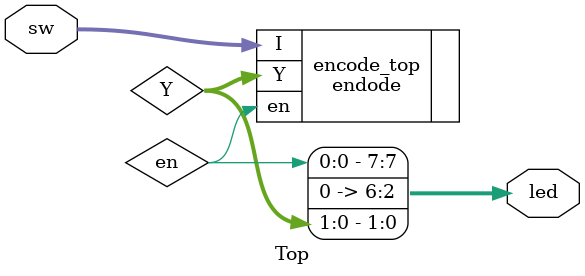
<source format=v>
module Top(
    input wire [3:0] sw,
    output wire [7:0] led
);
wire [1:0] Y;
wire en;
endode encode_top(
    .I(sw),
    .Y(Y),
    .en(en)
);
assign led = {{en}, {5'b0}, {Y}};
endmodule
</source>
